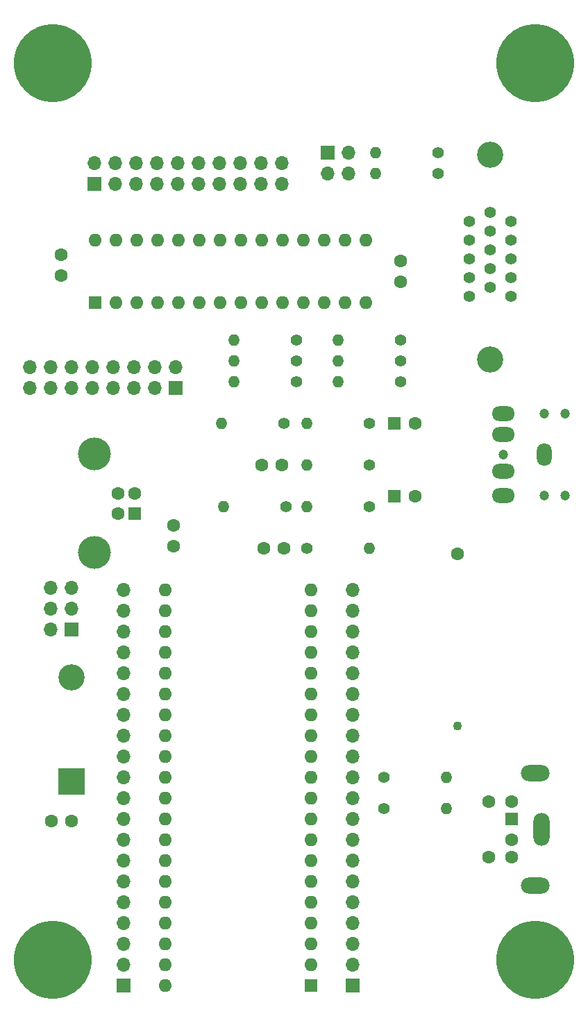
<source format=gbr>
G04 #@! TF.GenerationSoftware,KiCad,Pcbnew,(6.0.1)*
G04 #@! TF.CreationDate,2022-05-15T19:42:03-04:00*
G04 #@! TF.ProjectId,PiPicoMite01,50695069-636f-44d6-9974-6530312e6b69,2*
G04 #@! TF.SameCoordinates,Original*
G04 #@! TF.FileFunction,Soldermask,Bot*
G04 #@! TF.FilePolarity,Negative*
%FSLAX46Y46*%
G04 Gerber Fmt 4.6, Leading zero omitted, Abs format (unit mm)*
G04 Created by KiCad (PCBNEW (6.0.1)) date 2022-05-15 19:42:03*
%MOMM*%
%LPD*%
G01*
G04 APERTURE LIST*
%ADD10C,9.525000*%
%ADD11C,3.200000*%
%ADD12C,1.397000*%
%ADD13C,1.600000*%
%ADD14C,1.100000*%
%ADD15C,1.400000*%
%ADD16O,1.400000X1.400000*%
%ADD17R,1.600000X1.600000*%
%ADD18O,1.600000X1.600000*%
%ADD19C,4.000000*%
%ADD20R,1.700000X1.700000*%
%ADD21O,1.700000X1.700000*%
%ADD22R,3.200000X3.200000*%
%ADD23O,3.200000X3.200000*%
%ADD24C,1.200000*%
%ADD25O,2.800000X1.800000*%
%ADD26O,1.800000X2.800000*%
%ADD27O,3.500000X2.000000*%
%ADD28O,2.000000X4.000000*%
G04 APERTURE END LIST*
D10*
X118364000Y-6858000D03*
X177165000Y-116205000D03*
X118364000Y-116205000D03*
X177165000Y-6858000D03*
D11*
X171697590Y-17985740D03*
X171697590Y-42974260D03*
D12*
X169157590Y-26169620D03*
X169157590Y-28460700D03*
X169157590Y-30746700D03*
X169157590Y-33040320D03*
X169157590Y-35328860D03*
X171697590Y-25024080D03*
X171697590Y-27315160D03*
X171697590Y-29606240D03*
X171697590Y-31894780D03*
X171697590Y-34185860D03*
X174237590Y-26169620D03*
X174237590Y-28460700D03*
X174235050Y-30749240D03*
X174237590Y-33040320D03*
X174237590Y-35328860D03*
D13*
X167726500Y-66700000D03*
D14*
X167726500Y-87700000D03*
D15*
X148082000Y-40640000D03*
D16*
X140462000Y-40640000D03*
D15*
X148082000Y-43180000D03*
D16*
X140462000Y-43180000D03*
D15*
X146812000Y-60960000D03*
D16*
X139192000Y-60960000D03*
D15*
X148082000Y-45720000D03*
D16*
X140462000Y-45720000D03*
D15*
X160782000Y-40640000D03*
D16*
X153162000Y-40640000D03*
D15*
X160782000Y-43180000D03*
D16*
X153162000Y-43180000D03*
D15*
X160782000Y-45720000D03*
D16*
X153162000Y-45720000D03*
D17*
X149865000Y-119375000D03*
D18*
X149865000Y-116835000D03*
X149865000Y-114295000D03*
X149865000Y-111755000D03*
X149865000Y-109215000D03*
X149865000Y-106675000D03*
X149865000Y-104135000D03*
X149865000Y-101595000D03*
X149865000Y-99055000D03*
X149865000Y-96515000D03*
X149865000Y-93975000D03*
X149865000Y-91435000D03*
X149865000Y-88895000D03*
X149865000Y-86355000D03*
X149865000Y-83815000D03*
X149865000Y-81275000D03*
X149865000Y-78735000D03*
X149865000Y-76195000D03*
X149865000Y-73655000D03*
X149865000Y-71115000D03*
X132085000Y-71115000D03*
X132085000Y-73655000D03*
X132085000Y-76195000D03*
X132085000Y-78735000D03*
X132085000Y-81275000D03*
X132085000Y-83815000D03*
X132085000Y-86355000D03*
X132085000Y-88895000D03*
X132085000Y-91435000D03*
X132085000Y-93975000D03*
X132085000Y-96515000D03*
X132085000Y-99055000D03*
X132085000Y-101595000D03*
X132085000Y-104135000D03*
X132085000Y-106675000D03*
X132085000Y-109215000D03*
X132085000Y-111755000D03*
X132085000Y-114295000D03*
X132085000Y-116835000D03*
X132085000Y-119375000D03*
D17*
X128304000Y-61798000D03*
D13*
X128304000Y-59298000D03*
X126304000Y-59298000D03*
X126304000Y-61798000D03*
D19*
X123444000Y-54548000D03*
X123444000Y-66548000D03*
D13*
X120630000Y-99314000D03*
X118130000Y-99314000D03*
D17*
X160020000Y-59690000D03*
D13*
X162520000Y-59690000D03*
X146538000Y-66040000D03*
X144038000Y-66040000D03*
X133096000Y-63266000D03*
X133096000Y-65766000D03*
X160782000Y-31008000D03*
X160782000Y-33508000D03*
X119380000Y-30246000D03*
X119380000Y-32746000D03*
D15*
X156972000Y-55880000D03*
D16*
X149352000Y-55880000D03*
D15*
X156972000Y-60960000D03*
D16*
X149352000Y-60960000D03*
D20*
X133335000Y-46502000D03*
D21*
X133335000Y-43962000D03*
X130795000Y-46502000D03*
X130795000Y-43962000D03*
X128255000Y-46502000D03*
X128255000Y-43962000D03*
X125715000Y-46502000D03*
X125715000Y-43962000D03*
X123175000Y-46502000D03*
X123175000Y-43962000D03*
X120635000Y-46502000D03*
X120635000Y-43962000D03*
X118095000Y-46502000D03*
X118095000Y-43962000D03*
X115555000Y-46502000D03*
X115555000Y-43962000D03*
D22*
X120650000Y-94488000D03*
D23*
X120650000Y-81788000D03*
D13*
X146304000Y-55880000D03*
X143804000Y-55880000D03*
D24*
X178308000Y-59610000D03*
X178308000Y-49610000D03*
X180808000Y-49610000D03*
X180808000Y-59610000D03*
X173308000Y-54610000D03*
D25*
X173308000Y-59610000D03*
X173308000Y-56610000D03*
D26*
X178308000Y-54610000D03*
D25*
X173308000Y-49610000D03*
X173308000Y-52110000D03*
D15*
X165354000Y-17780000D03*
D16*
X157734000Y-17780000D03*
D15*
X165354000Y-20320000D03*
D16*
X157734000Y-20320000D03*
D20*
X127000000Y-119380000D03*
D21*
X127000000Y-116840000D03*
X127000000Y-114300000D03*
X127000000Y-111760000D03*
X127000000Y-109220000D03*
X127000000Y-106680000D03*
X127000000Y-104140000D03*
X127000000Y-101600000D03*
X127000000Y-99060000D03*
X127000000Y-96520000D03*
X127000000Y-93980000D03*
X127000000Y-91440000D03*
X127000000Y-88900000D03*
X127000000Y-86360000D03*
X127000000Y-83820000D03*
X127000000Y-81280000D03*
X127000000Y-78740000D03*
X127000000Y-76200000D03*
X127000000Y-73660000D03*
X127000000Y-71120000D03*
D15*
X149352000Y-66040000D03*
D16*
X156972000Y-66040000D03*
D20*
X151887000Y-17775000D03*
D21*
X154427000Y-17775000D03*
X151887000Y-20315000D03*
X154427000Y-20315000D03*
D15*
X158750000Y-93980000D03*
D16*
X166370000Y-93980000D03*
D20*
X123449000Y-21595000D03*
D21*
X123449000Y-19055000D03*
X125989000Y-21595000D03*
X125989000Y-19055000D03*
X128529000Y-21595000D03*
X128529000Y-19055000D03*
X131069000Y-21595000D03*
X131069000Y-19055000D03*
X133609000Y-21595000D03*
X133609000Y-19055000D03*
X136149000Y-21595000D03*
X136149000Y-19055000D03*
X138689000Y-21595000D03*
X138689000Y-19055000D03*
X141229000Y-21595000D03*
X141229000Y-19055000D03*
X143769000Y-21595000D03*
X143769000Y-19055000D03*
X146309000Y-21595000D03*
X146309000Y-19055000D03*
D17*
X123454000Y-36058000D03*
D18*
X125994000Y-36058000D03*
X128534000Y-36058000D03*
X131074000Y-36058000D03*
X133614000Y-36058000D03*
X136154000Y-36058000D03*
X138694000Y-36058000D03*
X141234000Y-36058000D03*
X143774000Y-36058000D03*
X146314000Y-36058000D03*
X148854000Y-36058000D03*
X151394000Y-36058000D03*
X153934000Y-36058000D03*
X156474000Y-36058000D03*
X156474000Y-28438000D03*
X153934000Y-28438000D03*
X151394000Y-28438000D03*
X148854000Y-28438000D03*
X146314000Y-28438000D03*
X143774000Y-28438000D03*
X141234000Y-28438000D03*
X138694000Y-28438000D03*
X136154000Y-28438000D03*
X133614000Y-28438000D03*
X131074000Y-28438000D03*
X128534000Y-28438000D03*
X125994000Y-28438000D03*
X123454000Y-28438000D03*
D15*
X158750000Y-97790000D03*
D16*
X166370000Y-97790000D03*
D17*
X160020000Y-50800000D03*
D13*
X162520000Y-50800000D03*
D20*
X120655000Y-75946000D03*
D21*
X118115000Y-75946000D03*
X120655000Y-73406000D03*
X118115000Y-73406000D03*
X120655000Y-70866000D03*
X118115000Y-70866000D03*
D17*
X174301000Y-99020000D03*
D13*
X174301000Y-101620000D03*
X174301000Y-96920000D03*
X174301000Y-103720000D03*
X171501000Y-96920000D03*
X171501000Y-103720000D03*
D27*
X177151000Y-107170000D03*
X177151000Y-93470000D03*
D28*
X177951000Y-100320000D03*
D15*
X156972000Y-50800000D03*
D16*
X149352000Y-50800000D03*
D15*
X146558000Y-50800000D03*
D16*
X138938000Y-50800000D03*
D20*
X154940000Y-119375000D03*
D21*
X154940000Y-116835000D03*
X154940000Y-114295000D03*
X154940000Y-111755000D03*
X154940000Y-109215000D03*
X154940000Y-106675000D03*
X154940000Y-104135000D03*
X154940000Y-101595000D03*
X154940000Y-99055000D03*
X154940000Y-96515000D03*
X154940000Y-93975000D03*
X154940000Y-91435000D03*
X154940000Y-88895000D03*
X154940000Y-86355000D03*
X154940000Y-83815000D03*
X154940000Y-81275000D03*
X154940000Y-78735000D03*
X154940000Y-76195000D03*
X154940000Y-73655000D03*
X154940000Y-71115000D03*
M02*

</source>
